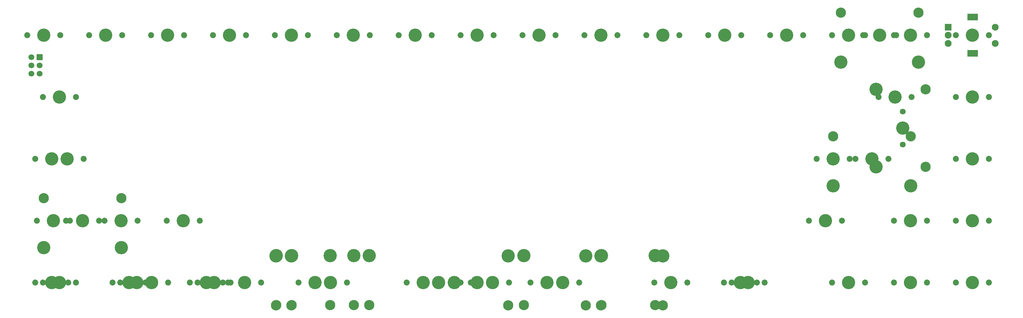
<source format=gts>
G04 #@! TF.GenerationSoftware,KiCad,Pcbnew,6.99.0-unknown-af20d46d06~146~ubuntu21.10.1*
G04 #@! TF.CreationDate,2022-01-22T15:47:32-05:00*
G04 #@! TF.ProjectId,bakeneko-65-pcb,62616b65-6e65-46b6-9f2d-36352d706362,rev?*
G04 #@! TF.SameCoordinates,Original*
G04 #@! TF.FileFunction,Soldermask,Top*
G04 #@! TF.FilePolarity,Negative*
%FSLAX46Y46*%
G04 Gerber Fmt 4.6, Leading zero omitted, Abs format (unit mm)*
G04 Created by KiCad (PCBNEW 6.99.0-unknown-af20d46d06~146~ubuntu21.10.1) date 2022-01-22 15:47:32*
%MOMM*%
%LPD*%
G01*
G04 APERTURE LIST*
G04 Aperture macros list*
%AMRoundRect*
0 Rectangle with rounded corners*
0 $1 Rounding radius*
0 $2 $3 $4 $5 $6 $7 $8 $9 X,Y pos of 4 corners*
0 Add a 4 corners polygon primitive as box body*
4,1,4,$2,$3,$4,$5,$6,$7,$8,$9,$2,$3,0*
0 Add four circle primitives for the rounded corners*
1,1,$1+$1,$2,$3*
1,1,$1+$1,$4,$5*
1,1,$1+$1,$6,$7*
1,1,$1+$1,$8,$9*
0 Add four rect primitives between the rounded corners*
20,1,$1+$1,$2,$3,$4,$5,0*
20,1,$1+$1,$4,$5,$6,$7,0*
20,1,$1+$1,$6,$7,$8,$9,0*
20,1,$1+$1,$8,$9,$2,$3,0*%
%AMHorizOval*
0 Thick line with rounded ends*
0 $1 width*
0 $2 $3 position (X,Y) of the first rounded end (center of the circle)*
0 $4 $5 position (X,Y) of the second rounded end (center of the circle)*
0 Add line between two ends*
20,1,$1,$2,$3,$4,$5,0*
0 Add two circle primitives to create the rounded ends*
1,1,$1,$2,$3*
1,1,$1,$4,$5*%
G04 Aperture macros list end*
%ADD10C,1.850000*%
%ADD11C,4.087800*%
%ADD12RoundRect,0.050000X-1.000000X-1.000000X1.000000X-1.000000X1.000000X1.000000X-1.000000X1.000000X0*%
%ADD13C,2.100000*%
%ADD14RoundRect,0.050000X-1.600000X-1.000000X1.600000X-1.000000X1.600000X1.000000X-1.600000X1.000000X0*%
%ADD15C,3.148000*%
%ADD16C,1.801800*%
%ADD17HorizOval,1.800000X0.000000X0.000000X0.000000X0.000000X0*%
%ADD18RoundRect,0.050000X0.850000X0.850000X-0.850000X0.850000X-0.850000X-0.850000X0.850000X-0.850000X0*%
G04 APERTURE END LIST*
D10*
X299830000Y-9000000D03*
X289670000Y-9000000D03*
D11*
X294750000Y-9000000D03*
D12*
X287263000Y-6500000D03*
D13*
X287263000Y-11500000D03*
X287263000Y-9000000D03*
D14*
X294763000Y-3400000D03*
X294763000Y-14600000D03*
D13*
X301763000Y-11500000D03*
X301763000Y-6500000D03*
D10*
X3920000Y-9000000D03*
D11*
X9000000Y-9000000D03*
D10*
X14080000Y-9000000D03*
X22970000Y-9000000D03*
D11*
X28050000Y-9000000D03*
D10*
X33130000Y-9000000D03*
X42020000Y-9000000D03*
D11*
X47100000Y-9000000D03*
D10*
X52180000Y-9000000D03*
X61070000Y-9000000D03*
D11*
X66150000Y-9000000D03*
D10*
X71230000Y-9000000D03*
X80120000Y-9000000D03*
D11*
X85200000Y-9000000D03*
D10*
X90280000Y-9000000D03*
X99170000Y-9000000D03*
D11*
X104250000Y-9000000D03*
D10*
X109330000Y-9000000D03*
X118220000Y-9000000D03*
D11*
X123300000Y-9000000D03*
D10*
X128380000Y-9000000D03*
X156320000Y-9000000D03*
D11*
X161400000Y-9000000D03*
D10*
X166480000Y-9000000D03*
X175370000Y-9000000D03*
D11*
X180450000Y-9000000D03*
D10*
X185530000Y-9000000D03*
X194420000Y-9000000D03*
D11*
X199500000Y-9000000D03*
D10*
X204580000Y-9000000D03*
X213470000Y-9000000D03*
D11*
X218550000Y-9000000D03*
D10*
X223630000Y-9000000D03*
X232520000Y-9000000D03*
D11*
X237600000Y-9000000D03*
D10*
X242680000Y-9000000D03*
X251570000Y-9000000D03*
D11*
X256650000Y-9000000D03*
D10*
X261730000Y-9000000D03*
D15*
X254237000Y-2015000D03*
D11*
X254237000Y-17255000D03*
D10*
X261095000Y-9000000D03*
D11*
X266175000Y-9000000D03*
D10*
X271255000Y-9000000D03*
D15*
X278113000Y-2015000D03*
D11*
X278113000Y-17255000D03*
D10*
X8682500Y-28050000D03*
D11*
X13762500Y-28050000D03*
D10*
X18842500Y-28050000D03*
X265857500Y-28050000D03*
D11*
X270937500Y-28050000D03*
D10*
X276017500Y-28050000D03*
X289670000Y-28050000D03*
D11*
X294750000Y-28050000D03*
D10*
X299830000Y-28050000D03*
X16461250Y-47100000D03*
D11*
X11381250Y-47100000D03*
D10*
X6301250Y-47100000D03*
X11063750Y-47100000D03*
D11*
X16143750Y-47100000D03*
D10*
X21223750Y-47100000D03*
D15*
X251855750Y-40115000D03*
D11*
X251855750Y-55355000D03*
D10*
X258713750Y-47100000D03*
D11*
X263793750Y-47100000D03*
D10*
X268873750Y-47100000D03*
D15*
X275731750Y-40115000D03*
D11*
X275731750Y-55355000D03*
D10*
X289670000Y-47100000D03*
D11*
X294750000Y-47100000D03*
D10*
X299830000Y-47100000D03*
D15*
X8968250Y-59165000D03*
D11*
X8968250Y-74405000D03*
D10*
X15826250Y-66150000D03*
D11*
X20906250Y-66150000D03*
D10*
X25986250Y-66150000D03*
D15*
X32844250Y-59165000D03*
D11*
X32844250Y-74405000D03*
D10*
X46782500Y-66150000D03*
D11*
X51862500Y-66150000D03*
D10*
X56942500Y-66150000D03*
X244426250Y-66150000D03*
D11*
X249506250Y-66150000D03*
D10*
X254586250Y-66150000D03*
X270620000Y-66150000D03*
D11*
X275700000Y-66150000D03*
D10*
X280780000Y-66150000D03*
X289670000Y-66150000D03*
D11*
X294750000Y-66150000D03*
D10*
X299830000Y-66150000D03*
X8682500Y-85200000D03*
D11*
X13762500Y-85200000D03*
D10*
X18842500Y-85200000D03*
X32495000Y-85200000D03*
D11*
X37575000Y-85200000D03*
D10*
X42655000Y-85200000D03*
X56307500Y-85200000D03*
D11*
X61387500Y-85200000D03*
D10*
X66467500Y-85200000D03*
X196801250Y-85200000D03*
D11*
X201881250Y-85200000D03*
D10*
X206961250Y-85200000D03*
X218232500Y-85200000D03*
D11*
X223312500Y-85200000D03*
D10*
X228392500Y-85200000D03*
X251570000Y-85200000D03*
D11*
X256650000Y-85200000D03*
D10*
X261730000Y-85200000D03*
X270620000Y-85200000D03*
D11*
X275700000Y-85200000D03*
D10*
X280780000Y-85200000D03*
X289670000Y-85200000D03*
D11*
X294750000Y-85200000D03*
D10*
X299830000Y-85200000D03*
X220613750Y-85200000D03*
D11*
X225693750Y-85200000D03*
D10*
X230773750Y-85200000D03*
D11*
X85200000Y-76945000D03*
D15*
X85200000Y-92185000D03*
D10*
X137270000Y-85200000D03*
D11*
X142350000Y-85200000D03*
D10*
X147430000Y-85200000D03*
D11*
X199500000Y-76945000D03*
D15*
X199500000Y-92185000D03*
D10*
X137270000Y-9000000D03*
D11*
X142350000Y-9000000D03*
D10*
X147430000Y-9000000D03*
X270620000Y-9000000D03*
D11*
X275700000Y-9000000D03*
D10*
X280780000Y-9000000D03*
X6301250Y-85200000D03*
D11*
X11381250Y-85200000D03*
D10*
X16461250Y-85200000D03*
X30113750Y-85200000D03*
D11*
X35193750Y-85200000D03*
D10*
X40273750Y-85200000D03*
X53926250Y-85200000D03*
D11*
X59006250Y-85200000D03*
D10*
X64086250Y-85200000D03*
D11*
X80443850Y-76945000D03*
D15*
X80443850Y-92185000D03*
D10*
X125363750Y-85200000D03*
D11*
X130443750Y-85200000D03*
D10*
X135523750Y-85200000D03*
D11*
X180443650Y-76945000D03*
D15*
X180443650Y-92185000D03*
X104394000Y-92145450D03*
D11*
X104394000Y-76905450D03*
D10*
X97536000Y-85160450D03*
D11*
X92456000Y-85160450D03*
D10*
X87376000Y-85160450D03*
D15*
X80518000Y-92145450D03*
D11*
X80518000Y-76905450D03*
D10*
X65659000Y-85217000D03*
D11*
X70739000Y-85217000D03*
D10*
X75819000Y-85217000D03*
D11*
X85217000Y-76905450D03*
D15*
X85217000Y-92145450D03*
D10*
X92075000Y-85160450D03*
D11*
X97155000Y-85160450D03*
D10*
X102235000Y-85160450D03*
D11*
X109093000Y-76905450D03*
D15*
X109093000Y-92145450D03*
D10*
X47244000Y-85217000D03*
D11*
X42164000Y-85217000D03*
D10*
X37084000Y-85217000D03*
D11*
X265049000Y-25654000D03*
X265049000Y-49530000D03*
D16*
X273304000Y-32512000D03*
D11*
X273304000Y-37592000D03*
D16*
X273304000Y-42672000D03*
D15*
X280289000Y-25654000D03*
X280289000Y-49530000D03*
D11*
X156718000Y-76905450D03*
D15*
X156718000Y-92145450D03*
D10*
X163576000Y-85160450D03*
D11*
X168656000Y-85160450D03*
D10*
X173736000Y-85160450D03*
D11*
X180594000Y-76905450D03*
D15*
X180594000Y-92145450D03*
D10*
X6826250Y-66150000D03*
D11*
X11906250Y-66150000D03*
D10*
X16986250Y-66150000D03*
X140335000Y-85217000D03*
D11*
X135255000Y-85217000D03*
D10*
X130175000Y-85217000D03*
X246761000Y-47117000D03*
D11*
X251841000Y-47117000D03*
D10*
X256921000Y-47117000D03*
D15*
X175768000Y-92202000D03*
D11*
X175768000Y-76962000D03*
D10*
X168910000Y-85217000D03*
D11*
X163830000Y-85217000D03*
D10*
X158750000Y-85217000D03*
D15*
X151892000Y-92202000D03*
D11*
X151892000Y-76962000D03*
D10*
X27686000Y-66167000D03*
D11*
X32766000Y-66167000D03*
D10*
X37846000Y-66167000D03*
D15*
X197065900Y-92145450D03*
D11*
X197065900Y-76905450D03*
D10*
X152146000Y-85160450D03*
D11*
X147066000Y-85160450D03*
D10*
X141986000Y-85160450D03*
D15*
X97066100Y-92145450D03*
D11*
X97066100Y-76905450D03*
D10*
X130810000Y-85217000D03*
D11*
X125730000Y-85217000D03*
D10*
X120650000Y-85217000D03*
D17*
X5189999Y-20807500D03*
X7729999Y-20807500D03*
X5189999Y-18267500D03*
X7729999Y-18267500D03*
X5189999Y-15727500D03*
D18*
X7730000Y-15727501D03*
M02*

</source>
